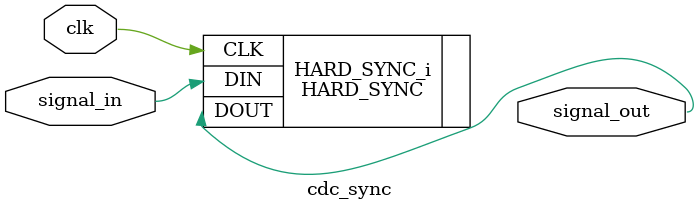
<source format=v>
/************************************************
BSD 3-Clause License

Copyright (c) 2019, 
Naudit HPCN, Spain (naudit.es)
HPCN Group, UAM Spain (hpcn-uam.es)
All rights reserved.


Redistribution and use in source and binary forms, with or without
modification, are permitted provided that the following conditions are met:

* Redistributions of source code must retain the above copyright notice, this
  list of conditions and the following disclaimer.

* Redistributions in binary form must reproduce the above copyright notice,
  this list of conditions and the following disclaimer in the documentation
  and/or other materials provided with the distribution.

* Neither the name of the copyright holder nor the names of its
  contributors may be used to endorse or promote products derived from
  this software without specific prior written permission.

THIS SOFTWARE IS PROVIDED BY THE COPYRIGHT HOLDERS AND CONTRIBUTORS "AS IS"
AND ANY EXPRESS OR IMPLIED WARRANTIES, INCLUDING, BUT NOT LIMITED TO, THE
IMPLIED WARRANTIES OF MERCHANTABILITY AND FITNESS FOR A PARTICULAR PURPOSE ARE
DISCLAIMED. IN NO EVENT SHALL THE COPYRIGHT HOLDER OR CONTRIBUTORS BE LIABLE
FOR ANY DIRECT, INDIRECT, INCIDENTAL, SPECIAL, EXEMPLARY, OR CONSEQUENTIAL
DAMAGES (INCLUDING, BUT NOT LIMITED TO, PROCUREMENT OF SUBSTITUTE GOODS OR
SERVICES; LOSS OF USE, DATA, OR PROFITS; OR BUSINESS INTERRUPTION) HOWEVER
CAUSED AND ON ANY THEORY OF LIABILITY, WHETHER IN CONTRACT, STRICT LIABILITY,
OR TORT (INCLUDING NEGLIGENCE OR OTHERWISE) ARISING IN ANY WAY OUT OF THE USE
OF THIS SOFTWARE, EVEN IF ADVISED OF THE POSSIBILITY OF SUCH DAMAGE.

************************************************/


`timescale 1ns/1ps


module cmac_sync (
    (* X_INTERFACE_INFO = "xilinx.com:signal:reset:1.0 usr_tx_reset RST" *)
    (* X_INTERFACE_PARAMETER = "POLARITY ACTIVE_HIGH" *)
    input wire          usr_tx_reset             ,
    (* X_INTERFACE_INFO = "xilinx.com:signal:reset:1.0 usr_rx_reset RST" *)
    (* X_INTERFACE_PARAMETER = "POLARITY ACTIVE_HIGH" *)
    input wire          usr_rx_reset             ,
    // Control ports
    input wire          stat_rx_aligned,

    (* X_INTERFACE_INFO = "xilinx.com:signal:clock:1.0 s_axi_aclk CLK" *)
    (* X_INTERFACE_PARAMETER = "ASSOCIATED_BUSIF s_axi, ASSOCIATED_RESET s_axi_sreset" *)
    input wire          s_axi_aclk               ,
    (* X_INTERFACE_INFO = "xilinx.com:signal:reset:1.0 s_axi_sreset RST" *)
    (* X_INTERFACE_PARAMETER = "POLARITY ACTIVE_HIGH" *)
    input wire          s_axi_sreset             ,
    output wire  [11:0] s_axi_awaddr             ,
    output wire         s_axi_awvalid            ,
    input wire          s_axi_awready            ,
    output wire  [31:0] s_axi_wdata              ,
    output wire  [ 3:0] s_axi_wstrb              ,
    output wire         s_axi_wvalid             ,
    input wire          s_axi_wready             ,
    input wire   [ 1:0] s_axi_bresp              ,
    input wire          s_axi_bvalid             ,
    output wire         s_axi_bready             ,
    output wire  [11:0] s_axi_araddr             ,
    output wire         s_axi_arvalid            ,
    input wire          s_axi_arready            ,
    input wire   [31:0] s_axi_rdata              ,
    input wire   [ 1:0] s_axi_rresp              ,
    input wire          s_axi_rvalid             ,
    output wire         s_axi_rready             ,
    // Leds
    output wire         rx_gt_locked_led         ,
    output wire         rx_aligned_led           ,
    output wire         rx_done_led              ,
    output wire         rx_data_fail_led         ,
    output wire         rx_busy_led              ,
    output wire         cmac_aligned_sync
);

    wire usr_rx_reset_synq;

    // Sync mechanism
    rx_sync rx_sync_i (
        .clk                  (s_axi_aclk               ),
        .reset                (usr_rx_reset_synq        ),
        .sys_reset            (s_axi_sreset             ),
        
        .stat_rx_aligned      (cmac_aligned_sync        ),
        .rx_gt_locked_led     (rx_gt_locked_led         ),
        .rx_aligned_led       (rx_aligned_led           ),
        .rx_done_led          (rx_done_led              ),
        .rx_data_fail_led     (rx_data_fail_led         )
    );


    cmac_0_axi4_lite_user_if cmac_0_axi4_lite_user_if_i (
        .gt_locked_sync         (rx_gt_locked_led       ),
        .stat_rx_aligned_sync   (cmac_aligned_sync      ),
        .rx_busy_led            (rx_busy_led            ),
        .s_axi_aclk             (s_axi_aclk             ),
        .s_axi_sreset           (s_axi_sreset           ),
        .s_axi_pm_tick          (1'b0                   ),
        .s_axi_awaddr           (s_axi_awaddr           ),
        .s_axi_awvalid          (s_axi_awvalid          ),
        .s_axi_awready          (s_axi_awready          ),
        .s_axi_wdata            (s_axi_wdata            ),
        .s_axi_wstrb            (s_axi_wstrb            ),
        .s_axi_wvalid           (s_axi_wvalid           ),
        .s_axi_wready           (s_axi_wready           ),
        .s_axi_bresp            (s_axi_bresp            ),
        .s_axi_bvalid           (s_axi_bvalid           ),
        .s_axi_bready           (s_axi_bready           ),
        .s_axi_araddr           (s_axi_araddr           ),
        .s_axi_arvalid          (s_axi_arvalid          ),
        .s_axi_arready          (s_axi_arready          ),
        .s_axi_rdata            (s_axi_rdata            ),
        .s_axi_rresp            (s_axi_rresp            ),
        .s_axi_rvalid           (s_axi_rvalid           ),
        .s_axi_rready           (s_axi_rready           )
    );

    /* Synchronizers */
    
    cdc_sync i_cmac_0_sync_usr_rx_reset (
        .clk              (s_axi_aclk               ),
        .signal_in        (usr_rx_reset             ), 
        .signal_out       (usr_rx_reset_synq        )
    );

    cdc_sync i_cmac_0_mon_clk_stat_rx_aligned (
        .clk              (s_axi_aclk               ),
        .signal_in        (stat_rx_aligned          ), 
        .signal_out       (cmac_aligned_sync        )
    );

endmodule

module cdc_sync (
    input  wire clk,
    (* ASYNC_REG = "TRUE" *)
    input  wire signal_in,
    output wire signal_out
);

    HARD_SYNC #(
      .INIT             (1'b0),     // Initial values, 1'b0, 1'b1
      .IS_CLK_INVERTED  (1'b0),     // Programmable inversion on CLK input
      .LATENCY             (3)      // 2-3
    )
    HARD_SYNC_i (
      .CLK  (          clk),        // 1-bit input: Clock
      .DIN  (    signal_in),        // 1-bit input: Data
      .DOUT (   signal_out)         // 1-bit output: Data
    );


endmodule    

</source>
